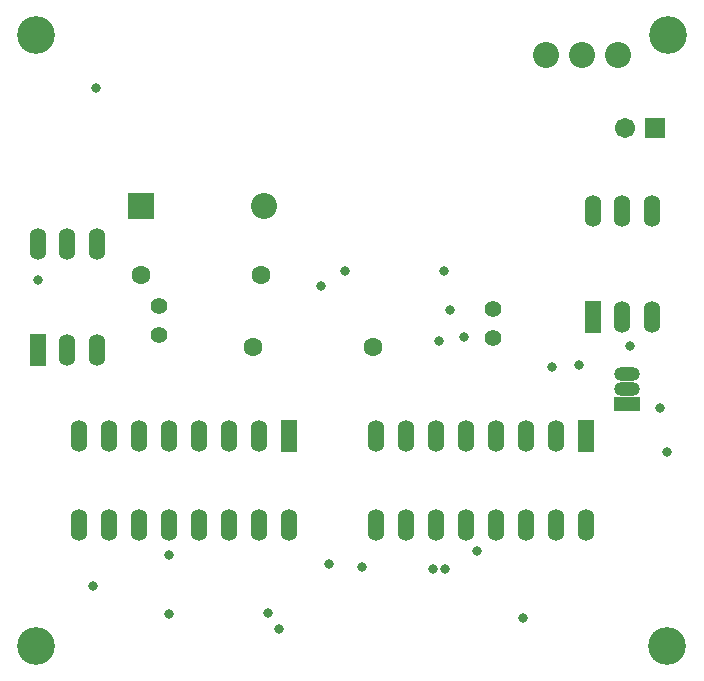
<source format=gbs>
G04*
G04 #@! TF.GenerationSoftware,Altium Limited,Altium Designer,18.1.7 (191)*
G04*
G04 Layer_Color=16711935*
%FSLAX25Y25*%
%MOIN*%
G70*
G01*
G75*
%ADD40O,0.05524X0.10642*%
%ADD41R,0.05524X0.10642*%
%ADD42C,0.06312*%
%ADD43C,0.08674*%
%ADD44R,0.08674X0.08674*%
%ADD45R,0.08674X0.04737*%
%ADD46O,0.08674X0.04737*%
%ADD47C,0.12611*%
%ADD48C,0.06706*%
%ADD49R,0.06706X0.06706*%
%ADD50C,0.05524*%
%ADD51C,0.03162*%
D40*
X433465Y316142D02*
D03*
X443465D02*
D03*
X453465D02*
D03*
X463465D02*
D03*
X473465D02*
D03*
X483465D02*
D03*
X493465D02*
D03*
X503465D02*
D03*
X433465Y346063D02*
D03*
X443465D02*
D03*
X453465D02*
D03*
X463465D02*
D03*
X473465D02*
D03*
X483465D02*
D03*
X493465D02*
D03*
X334252Y316142D02*
D03*
X344252D02*
D03*
X354252D02*
D03*
X364252D02*
D03*
X374252D02*
D03*
X384252D02*
D03*
X394252D02*
D03*
X404252D02*
D03*
X334252Y346063D02*
D03*
X344252D02*
D03*
X354252D02*
D03*
X364252D02*
D03*
X374252D02*
D03*
X384252D02*
D03*
X394252D02*
D03*
X340342Y409933D02*
D03*
X330500D02*
D03*
X320657D02*
D03*
X330500Y374500D02*
D03*
X340342D02*
D03*
X525343Y385500D02*
D03*
X515500D02*
D03*
X505657Y420933D02*
D03*
X515500D02*
D03*
X525343D02*
D03*
D41*
X503465Y346063D02*
D03*
X404252D02*
D03*
X320657Y374500D02*
D03*
X505657Y385500D02*
D03*
D42*
X432500Y375500D02*
D03*
X392500D02*
D03*
X395000Y399500D02*
D03*
X355000D02*
D03*
D43*
X396091Y422500D02*
D03*
X490000Y473000D02*
D03*
X502000D02*
D03*
X514000D02*
D03*
D44*
X354909Y422500D02*
D03*
D45*
X516894Y356512D02*
D03*
D46*
Y361512D02*
D03*
Y366512D02*
D03*
D47*
X530500Y275996D02*
D03*
X530709Y479528D02*
D03*
X319921Y275996D02*
D03*
X320079Y479528D02*
D03*
D48*
X516500Y448500D02*
D03*
D49*
X526500D02*
D03*
D50*
X361000Y389342D02*
D03*
Y379500D02*
D03*
X472500Y378500D02*
D03*
Y388342D02*
D03*
D51*
X340158Y461811D02*
D03*
X338976Y296063D02*
D03*
X457874Y387795D02*
D03*
X397244Y287008D02*
D03*
X527894Y355287D02*
D03*
X530500Y340760D02*
D03*
X401154Y281496D02*
D03*
X364252Y306445D02*
D03*
Y286457D02*
D03*
X417717Y303150D02*
D03*
X428731Y302353D02*
D03*
X466929Y307480D02*
D03*
X456284Y301560D02*
D03*
X452344Y301557D02*
D03*
X482283Y285433D02*
D03*
X462730Y379000D02*
D03*
X454500Y377500D02*
D03*
X517894Y376012D02*
D03*
X456000Y401000D02*
D03*
X423000D02*
D03*
X415000Y396000D02*
D03*
X320657Y398000D02*
D03*
X492000Y369000D02*
D03*
X500894Y369512D02*
D03*
M02*

</source>
